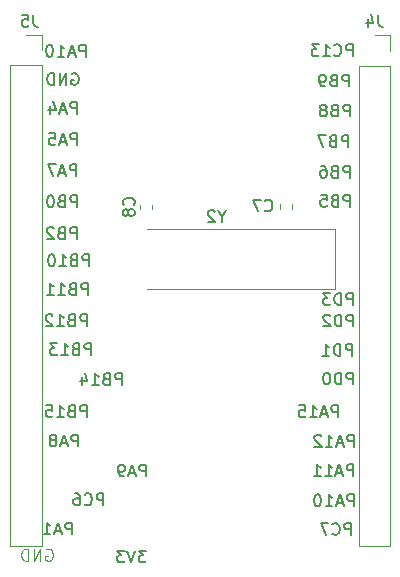
<source format=gbr>
G04 #@! TF.GenerationSoftware,KiCad,Pcbnew,(5.1.4)-1*
G04 #@! TF.CreationDate,2020-03-25T13:11:36-05:00*
G04 #@! TF.ProjectId,ExOneMicrorocessor,45784f6e-654d-4696-9372-6f726f636573,rev?*
G04 #@! TF.SameCoordinates,Original*
G04 #@! TF.FileFunction,Legend,Bot*
G04 #@! TF.FilePolarity,Positive*
%FSLAX46Y46*%
G04 Gerber Fmt 4.6, Leading zero omitted, Abs format (unit mm)*
G04 Created by KiCad (PCBNEW (5.1.4)-1) date 2020-03-25 13:11:36*
%MOMM*%
%LPD*%
G04 APERTURE LIST*
%ADD10C,0.150000*%
%ADD11C,0.120000*%
G04 APERTURE END LIST*
D10*
X150518975Y-124598180D02*
X149899927Y-124598180D01*
X150233260Y-124979133D01*
X150090403Y-124979133D01*
X149995165Y-125026752D01*
X149947546Y-125074371D01*
X149899927Y-125169609D01*
X149899927Y-125407704D01*
X149947546Y-125502942D01*
X149995165Y-125550561D01*
X150090403Y-125598180D01*
X150376118Y-125598180D01*
X150471356Y-125550561D01*
X150518975Y-125502942D01*
X149614213Y-124598180D02*
X149280880Y-125598180D01*
X148947546Y-124598180D01*
X148709451Y-124598180D02*
X148090403Y-124598180D01*
X148423737Y-124979133D01*
X148280880Y-124979133D01*
X148185641Y-125026752D01*
X148138022Y-125074371D01*
X148090403Y-125169609D01*
X148090403Y-125407704D01*
X148138022Y-125502942D01*
X148185641Y-125550561D01*
X148280880Y-125598180D01*
X148566594Y-125598180D01*
X148661832Y-125550561D01*
X148709451Y-125502942D01*
D11*
X142062104Y-124503560D02*
X142157342Y-124455940D01*
X142300200Y-124455940D01*
X142443057Y-124503560D01*
X142538295Y-124598798D01*
X142585914Y-124694036D01*
X142633533Y-124884512D01*
X142633533Y-125027369D01*
X142585914Y-125217845D01*
X142538295Y-125313083D01*
X142443057Y-125408321D01*
X142300200Y-125455940D01*
X142204961Y-125455940D01*
X142062104Y-125408321D01*
X142014485Y-125360702D01*
X142014485Y-125027369D01*
X142204961Y-125027369D01*
X141585914Y-125455940D02*
X141585914Y-124455940D01*
X141014485Y-125455940D01*
X141014485Y-124455940D01*
X140538295Y-125455940D02*
X140538295Y-124455940D01*
X140300200Y-124455940D01*
X140157342Y-124503560D01*
X140062104Y-124598798D01*
X140014485Y-124694036D01*
X139966866Y-124884512D01*
X139966866Y-125027369D01*
X140014485Y-125217845D01*
X140062104Y-125313083D01*
X140157342Y-125408321D01*
X140300200Y-125455940D01*
X140538295Y-125455940D01*
D10*
X144234706Y-123230900D02*
X144234706Y-122230900D01*
X143853754Y-122230900D01*
X143758516Y-122278520D01*
X143710897Y-122326139D01*
X143663278Y-122421377D01*
X143663278Y-122564234D01*
X143710897Y-122659472D01*
X143758516Y-122707091D01*
X143853754Y-122754710D01*
X144234706Y-122754710D01*
X143282325Y-122945186D02*
X142806135Y-122945186D01*
X143377563Y-123230900D02*
X143044230Y-122230900D01*
X142710897Y-123230900D01*
X141853754Y-123230900D02*
X142425182Y-123230900D01*
X142139468Y-123230900D02*
X142139468Y-122230900D01*
X142234706Y-122373758D01*
X142329944Y-122468996D01*
X142425182Y-122516615D01*
X146907095Y-120767100D02*
X146907095Y-119767100D01*
X146526142Y-119767100D01*
X146430904Y-119814720D01*
X146383285Y-119862339D01*
X146335666Y-119957577D01*
X146335666Y-120100434D01*
X146383285Y-120195672D01*
X146430904Y-120243291D01*
X146526142Y-120290910D01*
X146907095Y-120290910D01*
X145335666Y-120671862D02*
X145383285Y-120719481D01*
X145526142Y-120767100D01*
X145621380Y-120767100D01*
X145764238Y-120719481D01*
X145859476Y-120624243D01*
X145907095Y-120529005D01*
X145954714Y-120338529D01*
X145954714Y-120195672D01*
X145907095Y-120005196D01*
X145859476Y-119909958D01*
X145764238Y-119814720D01*
X145621380Y-119767100D01*
X145526142Y-119767100D01*
X145383285Y-119814720D01*
X145335666Y-119862339D01*
X144478523Y-119767100D02*
X144669000Y-119767100D01*
X144764238Y-119814720D01*
X144811857Y-119862339D01*
X144907095Y-120005196D01*
X144954714Y-120195672D01*
X144954714Y-120576624D01*
X144907095Y-120671862D01*
X144859476Y-120719481D01*
X144764238Y-120767100D01*
X144573761Y-120767100D01*
X144478523Y-120719481D01*
X144430904Y-120671862D01*
X144383285Y-120576624D01*
X144383285Y-120338529D01*
X144430904Y-120243291D01*
X144478523Y-120195672D01*
X144573761Y-120148053D01*
X144764238Y-120148053D01*
X144859476Y-120195672D01*
X144907095Y-120243291D01*
X144954714Y-120338529D01*
X150528826Y-118328700D02*
X150528826Y-117328700D01*
X150147874Y-117328700D01*
X150052636Y-117376320D01*
X150005017Y-117423939D01*
X149957398Y-117519177D01*
X149957398Y-117662034D01*
X150005017Y-117757272D01*
X150052636Y-117804891D01*
X150147874Y-117852510D01*
X150528826Y-117852510D01*
X149576445Y-118042986D02*
X149100255Y-118042986D01*
X149671683Y-118328700D02*
X149338350Y-117328700D01*
X149005017Y-118328700D01*
X148624064Y-118328700D02*
X148433588Y-118328700D01*
X148338350Y-118281081D01*
X148290731Y-118233462D01*
X148195493Y-118090605D01*
X148147874Y-117900129D01*
X148147874Y-117519177D01*
X148195493Y-117423939D01*
X148243112Y-117376320D01*
X148338350Y-117328700D01*
X148528826Y-117328700D01*
X148624064Y-117376320D01*
X148671683Y-117423939D01*
X148719302Y-117519177D01*
X148719302Y-117757272D01*
X148671683Y-117852510D01*
X148624064Y-117900129D01*
X148528826Y-117947748D01*
X148338350Y-117947748D01*
X148243112Y-117900129D01*
X148195493Y-117852510D01*
X148147874Y-117757272D01*
X144742706Y-115788700D02*
X144742706Y-114788700D01*
X144361754Y-114788700D01*
X144266516Y-114836320D01*
X144218897Y-114883939D01*
X144171278Y-114979177D01*
X144171278Y-115122034D01*
X144218897Y-115217272D01*
X144266516Y-115264891D01*
X144361754Y-115312510D01*
X144742706Y-115312510D01*
X143790325Y-115502986D02*
X143314135Y-115502986D01*
X143885563Y-115788700D02*
X143552230Y-114788700D01*
X143218897Y-115788700D01*
X142742706Y-115217272D02*
X142837944Y-115169653D01*
X142885563Y-115122034D01*
X142933182Y-115026796D01*
X142933182Y-114979177D01*
X142885563Y-114883939D01*
X142837944Y-114836320D01*
X142742706Y-114788700D01*
X142552230Y-114788700D01*
X142456992Y-114836320D01*
X142409373Y-114883939D01*
X142361754Y-114979177D01*
X142361754Y-115026796D01*
X142409373Y-115122034D01*
X142456992Y-115169653D01*
X142552230Y-115217272D01*
X142742706Y-115217272D01*
X142837944Y-115264891D01*
X142885563Y-115312510D01*
X142933182Y-115407748D01*
X142933182Y-115598224D01*
X142885563Y-115693462D01*
X142837944Y-115741081D01*
X142742706Y-115788700D01*
X142552230Y-115788700D01*
X142456992Y-115741081D01*
X142409373Y-115693462D01*
X142361754Y-115598224D01*
X142361754Y-115407748D01*
X142409373Y-115312510D01*
X142456992Y-115264891D01*
X142552230Y-115217272D01*
X145498605Y-113289340D02*
X145498605Y-112289340D01*
X145117653Y-112289340D01*
X145022415Y-112336960D01*
X144974796Y-112384579D01*
X144927177Y-112479817D01*
X144927177Y-112622674D01*
X144974796Y-112717912D01*
X145022415Y-112765531D01*
X145117653Y-112813150D01*
X145498605Y-112813150D01*
X144165272Y-112765531D02*
X144022415Y-112813150D01*
X143974796Y-112860769D01*
X143927177Y-112956007D01*
X143927177Y-113098864D01*
X143974796Y-113194102D01*
X144022415Y-113241721D01*
X144117653Y-113289340D01*
X144498605Y-113289340D01*
X144498605Y-112289340D01*
X144165272Y-112289340D01*
X144070034Y-112336960D01*
X144022415Y-112384579D01*
X143974796Y-112479817D01*
X143974796Y-112575055D01*
X144022415Y-112670293D01*
X144070034Y-112717912D01*
X144165272Y-112765531D01*
X144498605Y-112765531D01*
X142974796Y-113289340D02*
X143546224Y-113289340D01*
X143260510Y-113289340D02*
X143260510Y-112289340D01*
X143355748Y-112432198D01*
X143450986Y-112527436D01*
X143546224Y-112575055D01*
X142070034Y-112289340D02*
X142546224Y-112289340D01*
X142593843Y-112765531D01*
X142546224Y-112717912D01*
X142450986Y-112670293D01*
X142212891Y-112670293D01*
X142117653Y-112717912D01*
X142070034Y-112765531D01*
X142022415Y-112860769D01*
X142022415Y-113098864D01*
X142070034Y-113194102D01*
X142117653Y-113241721D01*
X142212891Y-113289340D01*
X142450986Y-113289340D01*
X142546224Y-113241721D01*
X142593843Y-113194102D01*
X148470405Y-110581700D02*
X148470405Y-109581700D01*
X148089453Y-109581700D01*
X147994215Y-109629320D01*
X147946596Y-109676939D01*
X147898977Y-109772177D01*
X147898977Y-109915034D01*
X147946596Y-110010272D01*
X147994215Y-110057891D01*
X148089453Y-110105510D01*
X148470405Y-110105510D01*
X147137072Y-110057891D02*
X146994215Y-110105510D01*
X146946596Y-110153129D01*
X146898977Y-110248367D01*
X146898977Y-110391224D01*
X146946596Y-110486462D01*
X146994215Y-110534081D01*
X147089453Y-110581700D01*
X147470405Y-110581700D01*
X147470405Y-109581700D01*
X147137072Y-109581700D01*
X147041834Y-109629320D01*
X146994215Y-109676939D01*
X146946596Y-109772177D01*
X146946596Y-109867415D01*
X146994215Y-109962653D01*
X147041834Y-110010272D01*
X147137072Y-110057891D01*
X147470405Y-110057891D01*
X145946596Y-110581700D02*
X146518024Y-110581700D01*
X146232310Y-110581700D02*
X146232310Y-109581700D01*
X146327548Y-109724558D01*
X146422786Y-109819796D01*
X146518024Y-109867415D01*
X145089453Y-109915034D02*
X145089453Y-110581700D01*
X145327548Y-109534081D02*
X145565643Y-110248367D01*
X144946596Y-110248367D01*
X145879605Y-108051860D02*
X145879605Y-107051860D01*
X145498653Y-107051860D01*
X145403415Y-107099480D01*
X145355796Y-107147099D01*
X145308177Y-107242337D01*
X145308177Y-107385194D01*
X145355796Y-107480432D01*
X145403415Y-107528051D01*
X145498653Y-107575670D01*
X145879605Y-107575670D01*
X144546272Y-107528051D02*
X144403415Y-107575670D01*
X144355796Y-107623289D01*
X144308177Y-107718527D01*
X144308177Y-107861384D01*
X144355796Y-107956622D01*
X144403415Y-108004241D01*
X144498653Y-108051860D01*
X144879605Y-108051860D01*
X144879605Y-107051860D01*
X144546272Y-107051860D01*
X144451034Y-107099480D01*
X144403415Y-107147099D01*
X144355796Y-107242337D01*
X144355796Y-107337575D01*
X144403415Y-107432813D01*
X144451034Y-107480432D01*
X144546272Y-107528051D01*
X144879605Y-107528051D01*
X143355796Y-108051860D02*
X143927224Y-108051860D01*
X143641510Y-108051860D02*
X143641510Y-107051860D01*
X143736748Y-107194718D01*
X143831986Y-107289956D01*
X143927224Y-107337575D01*
X143022462Y-107051860D02*
X142403415Y-107051860D01*
X142736748Y-107432813D01*
X142593891Y-107432813D01*
X142498653Y-107480432D01*
X142451034Y-107528051D01*
X142403415Y-107623289D01*
X142403415Y-107861384D01*
X142451034Y-107956622D01*
X142498653Y-108004241D01*
X142593891Y-108051860D01*
X142879605Y-108051860D01*
X142974843Y-108004241D01*
X143022462Y-107956622D01*
X145508765Y-105608380D02*
X145508765Y-104608380D01*
X145127813Y-104608380D01*
X145032575Y-104656000D01*
X144984956Y-104703619D01*
X144937337Y-104798857D01*
X144937337Y-104941714D01*
X144984956Y-105036952D01*
X145032575Y-105084571D01*
X145127813Y-105132190D01*
X145508765Y-105132190D01*
X144175432Y-105084571D02*
X144032575Y-105132190D01*
X143984956Y-105179809D01*
X143937337Y-105275047D01*
X143937337Y-105417904D01*
X143984956Y-105513142D01*
X144032575Y-105560761D01*
X144127813Y-105608380D01*
X144508765Y-105608380D01*
X144508765Y-104608380D01*
X144175432Y-104608380D01*
X144080194Y-104656000D01*
X144032575Y-104703619D01*
X143984956Y-104798857D01*
X143984956Y-104894095D01*
X144032575Y-104989333D01*
X144080194Y-105036952D01*
X144175432Y-105084571D01*
X144508765Y-105084571D01*
X142984956Y-105608380D02*
X143556384Y-105608380D01*
X143270670Y-105608380D02*
X143270670Y-104608380D01*
X143365908Y-104751238D01*
X143461146Y-104846476D01*
X143556384Y-104894095D01*
X142604003Y-104703619D02*
X142556384Y-104656000D01*
X142461146Y-104608380D01*
X142223051Y-104608380D01*
X142127813Y-104656000D01*
X142080194Y-104703619D01*
X142032575Y-104798857D01*
X142032575Y-104894095D01*
X142080194Y-105036952D01*
X142651622Y-105608380D01*
X142032575Y-105608380D01*
X145600205Y-102941380D02*
X145600205Y-101941380D01*
X145219253Y-101941380D01*
X145124015Y-101989000D01*
X145076396Y-102036619D01*
X145028777Y-102131857D01*
X145028777Y-102274714D01*
X145076396Y-102369952D01*
X145124015Y-102417571D01*
X145219253Y-102465190D01*
X145600205Y-102465190D01*
X144266872Y-102417571D02*
X144124015Y-102465190D01*
X144076396Y-102512809D01*
X144028777Y-102608047D01*
X144028777Y-102750904D01*
X144076396Y-102846142D01*
X144124015Y-102893761D01*
X144219253Y-102941380D01*
X144600205Y-102941380D01*
X144600205Y-101941380D01*
X144266872Y-101941380D01*
X144171634Y-101989000D01*
X144124015Y-102036619D01*
X144076396Y-102131857D01*
X144076396Y-102227095D01*
X144124015Y-102322333D01*
X144171634Y-102369952D01*
X144266872Y-102417571D01*
X144600205Y-102417571D01*
X143076396Y-102941380D02*
X143647824Y-102941380D01*
X143362110Y-102941380D02*
X143362110Y-101941380D01*
X143457348Y-102084238D01*
X143552586Y-102179476D01*
X143647824Y-102227095D01*
X142124015Y-102941380D02*
X142695443Y-102941380D01*
X142409729Y-102941380D02*
X142409729Y-101941380D01*
X142504967Y-102084238D01*
X142600205Y-102179476D01*
X142695443Y-102227095D01*
X145706885Y-100513140D02*
X145706885Y-99513140D01*
X145325933Y-99513140D01*
X145230695Y-99560760D01*
X145183076Y-99608379D01*
X145135457Y-99703617D01*
X145135457Y-99846474D01*
X145183076Y-99941712D01*
X145230695Y-99989331D01*
X145325933Y-100036950D01*
X145706885Y-100036950D01*
X144373552Y-99989331D02*
X144230695Y-100036950D01*
X144183076Y-100084569D01*
X144135457Y-100179807D01*
X144135457Y-100322664D01*
X144183076Y-100417902D01*
X144230695Y-100465521D01*
X144325933Y-100513140D01*
X144706885Y-100513140D01*
X144706885Y-99513140D01*
X144373552Y-99513140D01*
X144278314Y-99560760D01*
X144230695Y-99608379D01*
X144183076Y-99703617D01*
X144183076Y-99798855D01*
X144230695Y-99894093D01*
X144278314Y-99941712D01*
X144373552Y-99989331D01*
X144706885Y-99989331D01*
X143183076Y-100513140D02*
X143754504Y-100513140D01*
X143468790Y-100513140D02*
X143468790Y-99513140D01*
X143564028Y-99655998D01*
X143659266Y-99751236D01*
X143754504Y-99798855D01*
X142564028Y-99513140D02*
X142468790Y-99513140D01*
X142373552Y-99560760D01*
X142325933Y-99608379D01*
X142278314Y-99703617D01*
X142230695Y-99894093D01*
X142230695Y-100132188D01*
X142278314Y-100322664D01*
X142325933Y-100417902D01*
X142373552Y-100465521D01*
X142468790Y-100513140D01*
X142564028Y-100513140D01*
X142659266Y-100465521D01*
X142706885Y-100417902D01*
X142754504Y-100322664D01*
X142802123Y-100132188D01*
X142802123Y-99894093D01*
X142754504Y-99703617D01*
X142706885Y-99608379D01*
X142659266Y-99560760D01*
X142564028Y-99513140D01*
X144651575Y-98211900D02*
X144651575Y-97211900D01*
X144270622Y-97211900D01*
X144175384Y-97259520D01*
X144127765Y-97307139D01*
X144080146Y-97402377D01*
X144080146Y-97545234D01*
X144127765Y-97640472D01*
X144175384Y-97688091D01*
X144270622Y-97735710D01*
X144651575Y-97735710D01*
X143318241Y-97688091D02*
X143175384Y-97735710D01*
X143127765Y-97783329D01*
X143080146Y-97878567D01*
X143080146Y-98021424D01*
X143127765Y-98116662D01*
X143175384Y-98164281D01*
X143270622Y-98211900D01*
X143651575Y-98211900D01*
X143651575Y-97211900D01*
X143318241Y-97211900D01*
X143223003Y-97259520D01*
X143175384Y-97307139D01*
X143127765Y-97402377D01*
X143127765Y-97497615D01*
X143175384Y-97592853D01*
X143223003Y-97640472D01*
X143318241Y-97688091D01*
X143651575Y-97688091D01*
X142699194Y-97307139D02*
X142651575Y-97259520D01*
X142556337Y-97211900D01*
X142318241Y-97211900D01*
X142223003Y-97259520D01*
X142175384Y-97307139D01*
X142127765Y-97402377D01*
X142127765Y-97497615D01*
X142175384Y-97640472D01*
X142746813Y-98211900D01*
X142127765Y-98211900D01*
X144676975Y-95529660D02*
X144676975Y-94529660D01*
X144296022Y-94529660D01*
X144200784Y-94577280D01*
X144153165Y-94624899D01*
X144105546Y-94720137D01*
X144105546Y-94862994D01*
X144153165Y-94958232D01*
X144200784Y-95005851D01*
X144296022Y-95053470D01*
X144676975Y-95053470D01*
X143343641Y-95005851D02*
X143200784Y-95053470D01*
X143153165Y-95101089D01*
X143105546Y-95196327D01*
X143105546Y-95339184D01*
X143153165Y-95434422D01*
X143200784Y-95482041D01*
X143296022Y-95529660D01*
X143676975Y-95529660D01*
X143676975Y-94529660D01*
X143343641Y-94529660D01*
X143248403Y-94577280D01*
X143200784Y-94624899D01*
X143153165Y-94720137D01*
X143153165Y-94815375D01*
X143200784Y-94910613D01*
X143248403Y-94958232D01*
X143343641Y-95005851D01*
X143676975Y-95005851D01*
X142486499Y-94529660D02*
X142391260Y-94529660D01*
X142296022Y-94577280D01*
X142248403Y-94624899D01*
X142200784Y-94720137D01*
X142153165Y-94910613D01*
X142153165Y-95148708D01*
X142200784Y-95339184D01*
X142248403Y-95434422D01*
X142296022Y-95482041D01*
X142391260Y-95529660D01*
X142486499Y-95529660D01*
X142581737Y-95482041D01*
X142629356Y-95434422D01*
X142676975Y-95339184D01*
X142724594Y-95148708D01*
X142724594Y-94910613D01*
X142676975Y-94720137D01*
X142629356Y-94624899D01*
X142581737Y-94577280D01*
X142486499Y-94529660D01*
X144625866Y-92888060D02*
X144625866Y-91888060D01*
X144244914Y-91888060D01*
X144149676Y-91935680D01*
X144102057Y-91983299D01*
X144054438Y-92078537D01*
X144054438Y-92221394D01*
X144102057Y-92316632D01*
X144149676Y-92364251D01*
X144244914Y-92411870D01*
X144625866Y-92411870D01*
X143673485Y-92602346D02*
X143197295Y-92602346D01*
X143768723Y-92888060D02*
X143435390Y-91888060D01*
X143102057Y-92888060D01*
X142863961Y-91888060D02*
X142197295Y-91888060D01*
X142625866Y-92888060D01*
X144666506Y-90266780D02*
X144666506Y-89266780D01*
X144285554Y-89266780D01*
X144190316Y-89314400D01*
X144142697Y-89362019D01*
X144095078Y-89457257D01*
X144095078Y-89600114D01*
X144142697Y-89695352D01*
X144190316Y-89742971D01*
X144285554Y-89790590D01*
X144666506Y-89790590D01*
X143714125Y-89981066D02*
X143237935Y-89981066D01*
X143809363Y-90266780D02*
X143476030Y-89266780D01*
X143142697Y-90266780D01*
X142333173Y-89266780D02*
X142809363Y-89266780D01*
X142856982Y-89742971D01*
X142809363Y-89695352D01*
X142714125Y-89647733D01*
X142476030Y-89647733D01*
X142380792Y-89695352D01*
X142333173Y-89742971D01*
X142285554Y-89838209D01*
X142285554Y-90076304D01*
X142333173Y-90171542D01*
X142380792Y-90219161D01*
X142476030Y-90266780D01*
X142714125Y-90266780D01*
X142809363Y-90219161D01*
X142856982Y-90171542D01*
X144676666Y-87599780D02*
X144676666Y-86599780D01*
X144295714Y-86599780D01*
X144200476Y-86647400D01*
X144152857Y-86695019D01*
X144105238Y-86790257D01*
X144105238Y-86933114D01*
X144152857Y-87028352D01*
X144200476Y-87075971D01*
X144295714Y-87123590D01*
X144676666Y-87123590D01*
X143724285Y-87314066D02*
X143248095Y-87314066D01*
X143819523Y-87599780D02*
X143486190Y-86599780D01*
X143152857Y-87599780D01*
X142390952Y-86933114D02*
X142390952Y-87599780D01*
X142629047Y-86552161D02*
X142867142Y-87266447D01*
X142248095Y-87266447D01*
X144251584Y-84219160D02*
X144346822Y-84171540D01*
X144489680Y-84171540D01*
X144632537Y-84219160D01*
X144727775Y-84314398D01*
X144775394Y-84409636D01*
X144823013Y-84600112D01*
X144823013Y-84742969D01*
X144775394Y-84933445D01*
X144727775Y-85028683D01*
X144632537Y-85123921D01*
X144489680Y-85171540D01*
X144394441Y-85171540D01*
X144251584Y-85123921D01*
X144203965Y-85076302D01*
X144203965Y-84742969D01*
X144394441Y-84742969D01*
X143775394Y-85171540D02*
X143775394Y-84171540D01*
X143203965Y-85171540D01*
X143203965Y-84171540D01*
X142727775Y-85171540D02*
X142727775Y-84171540D01*
X142489680Y-84171540D01*
X142346822Y-84219160D01*
X142251584Y-84314398D01*
X142203965Y-84409636D01*
X142156346Y-84600112D01*
X142156346Y-84742969D01*
X142203965Y-84933445D01*
X142251584Y-85028683D01*
X142346822Y-85123921D01*
X142489680Y-85171540D01*
X142727775Y-85171540D01*
X145411937Y-82789020D02*
X145411937Y-81789020D01*
X145030984Y-81789020D01*
X144935746Y-81836640D01*
X144888127Y-81884259D01*
X144840508Y-81979497D01*
X144840508Y-82122354D01*
X144888127Y-82217592D01*
X144935746Y-82265211D01*
X145030984Y-82312830D01*
X145411937Y-82312830D01*
X144459556Y-82503306D02*
X143983365Y-82503306D01*
X144554794Y-82789020D02*
X144221460Y-81789020D01*
X143888127Y-82789020D01*
X143030984Y-82789020D02*
X143602413Y-82789020D01*
X143316699Y-82789020D02*
X143316699Y-81789020D01*
X143411937Y-81931878D01*
X143507175Y-82027116D01*
X143602413Y-82074735D01*
X142411937Y-81789020D02*
X142316699Y-81789020D01*
X142221460Y-81836640D01*
X142173841Y-81884259D01*
X142126222Y-81979497D01*
X142078603Y-82169973D01*
X142078603Y-82408068D01*
X142126222Y-82598544D01*
X142173841Y-82693782D01*
X142221460Y-82741401D01*
X142316699Y-82789020D01*
X142411937Y-82789020D01*
X142507175Y-82741401D01*
X142554794Y-82693782D01*
X142602413Y-82598544D01*
X142650032Y-82408068D01*
X142650032Y-82169973D01*
X142602413Y-81979497D01*
X142554794Y-81884259D01*
X142507175Y-81836640D01*
X142411937Y-81789020D01*
X167872255Y-123276620D02*
X167872255Y-122276620D01*
X167491302Y-122276620D01*
X167396064Y-122324240D01*
X167348445Y-122371859D01*
X167300826Y-122467097D01*
X167300826Y-122609954D01*
X167348445Y-122705192D01*
X167396064Y-122752811D01*
X167491302Y-122800430D01*
X167872255Y-122800430D01*
X166300826Y-123181382D02*
X166348445Y-123229001D01*
X166491302Y-123276620D01*
X166586540Y-123276620D01*
X166729398Y-123229001D01*
X166824636Y-123133763D01*
X166872255Y-123038525D01*
X166919874Y-122848049D01*
X166919874Y-122705192D01*
X166872255Y-122514716D01*
X166824636Y-122419478D01*
X166729398Y-122324240D01*
X166586540Y-122276620D01*
X166491302Y-122276620D01*
X166348445Y-122324240D01*
X166300826Y-122371859D01*
X165967493Y-122276620D02*
X165300826Y-122276620D01*
X165729398Y-123276620D01*
X168104297Y-120838220D02*
X168104297Y-119838220D01*
X167723344Y-119838220D01*
X167628106Y-119885840D01*
X167580487Y-119933459D01*
X167532868Y-120028697D01*
X167532868Y-120171554D01*
X167580487Y-120266792D01*
X167628106Y-120314411D01*
X167723344Y-120362030D01*
X168104297Y-120362030D01*
X167151916Y-120552506D02*
X166675725Y-120552506D01*
X167247154Y-120838220D02*
X166913820Y-119838220D01*
X166580487Y-120838220D01*
X165723344Y-120838220D02*
X166294773Y-120838220D01*
X166009059Y-120838220D02*
X166009059Y-119838220D01*
X166104297Y-119981078D01*
X166199535Y-120076316D01*
X166294773Y-120123935D01*
X165104297Y-119838220D02*
X165009059Y-119838220D01*
X164913820Y-119885840D01*
X164866201Y-119933459D01*
X164818582Y-120028697D01*
X164770963Y-120219173D01*
X164770963Y-120457268D01*
X164818582Y-120647744D01*
X164866201Y-120742982D01*
X164913820Y-120790601D01*
X165009059Y-120838220D01*
X165104297Y-120838220D01*
X165199535Y-120790601D01*
X165247154Y-120742982D01*
X165294773Y-120647744D01*
X165342392Y-120457268D01*
X165342392Y-120219173D01*
X165294773Y-120028697D01*
X165247154Y-119933459D01*
X165199535Y-119885840D01*
X165104297Y-119838220D01*
X168078897Y-118282980D02*
X168078897Y-117282980D01*
X167697944Y-117282980D01*
X167602706Y-117330600D01*
X167555087Y-117378219D01*
X167507468Y-117473457D01*
X167507468Y-117616314D01*
X167555087Y-117711552D01*
X167602706Y-117759171D01*
X167697944Y-117806790D01*
X168078897Y-117806790D01*
X167126516Y-117997266D02*
X166650325Y-117997266D01*
X167221754Y-118282980D02*
X166888420Y-117282980D01*
X166555087Y-118282980D01*
X165697944Y-118282980D02*
X166269373Y-118282980D01*
X165983659Y-118282980D02*
X165983659Y-117282980D01*
X166078897Y-117425838D01*
X166174135Y-117521076D01*
X166269373Y-117568695D01*
X164745563Y-118282980D02*
X165316992Y-118282980D01*
X165031278Y-118282980D02*
X165031278Y-117282980D01*
X165126516Y-117425838D01*
X165221754Y-117521076D01*
X165316992Y-117568695D01*
X168114457Y-115809020D02*
X168114457Y-114809020D01*
X167733504Y-114809020D01*
X167638266Y-114856640D01*
X167590647Y-114904259D01*
X167543028Y-114999497D01*
X167543028Y-115142354D01*
X167590647Y-115237592D01*
X167638266Y-115285211D01*
X167733504Y-115332830D01*
X168114457Y-115332830D01*
X167162076Y-115523306D02*
X166685885Y-115523306D01*
X167257314Y-115809020D02*
X166923980Y-114809020D01*
X166590647Y-115809020D01*
X165733504Y-115809020D02*
X166304933Y-115809020D01*
X166019219Y-115809020D02*
X166019219Y-114809020D01*
X166114457Y-114951878D01*
X166209695Y-115047116D01*
X166304933Y-115094735D01*
X165352552Y-114904259D02*
X165304933Y-114856640D01*
X165209695Y-114809020D01*
X164971600Y-114809020D01*
X164876361Y-114856640D01*
X164828742Y-114904259D01*
X164781123Y-114999497D01*
X164781123Y-115094735D01*
X164828742Y-115237592D01*
X165400171Y-115809020D01*
X164781123Y-115809020D01*
X166778417Y-113304580D02*
X166778417Y-112304580D01*
X166397464Y-112304580D01*
X166302226Y-112352200D01*
X166254607Y-112399819D01*
X166206988Y-112495057D01*
X166206988Y-112637914D01*
X166254607Y-112733152D01*
X166302226Y-112780771D01*
X166397464Y-112828390D01*
X166778417Y-112828390D01*
X165826036Y-113018866D02*
X165349845Y-113018866D01*
X165921274Y-113304580D02*
X165587940Y-112304580D01*
X165254607Y-113304580D01*
X164397464Y-113304580D02*
X164968893Y-113304580D01*
X164683179Y-113304580D02*
X164683179Y-112304580D01*
X164778417Y-112447438D01*
X164873655Y-112542676D01*
X164968893Y-112590295D01*
X163492702Y-112304580D02*
X163968893Y-112304580D01*
X164016512Y-112780771D01*
X163968893Y-112733152D01*
X163873655Y-112685533D01*
X163635560Y-112685533D01*
X163540321Y-112733152D01*
X163492702Y-112780771D01*
X163445083Y-112876009D01*
X163445083Y-113114104D01*
X163492702Y-113209342D01*
X163540321Y-113256961D01*
X163635560Y-113304580D01*
X163873655Y-113304580D01*
X163968893Y-113256961D01*
X164016512Y-113209342D01*
X168060215Y-110530900D02*
X168060215Y-109530900D01*
X167679262Y-109530900D01*
X167584024Y-109578520D01*
X167536405Y-109626139D01*
X167488786Y-109721377D01*
X167488786Y-109864234D01*
X167536405Y-109959472D01*
X167584024Y-110007091D01*
X167679262Y-110054710D01*
X168060215Y-110054710D01*
X167060215Y-110530900D02*
X167060215Y-109530900D01*
X166822120Y-109530900D01*
X166679262Y-109578520D01*
X166584024Y-109673758D01*
X166536405Y-109768996D01*
X166488786Y-109959472D01*
X166488786Y-110102329D01*
X166536405Y-110292805D01*
X166584024Y-110388043D01*
X166679262Y-110483281D01*
X166822120Y-110530900D01*
X167060215Y-110530900D01*
X165869739Y-109530900D02*
X165774500Y-109530900D01*
X165679262Y-109578520D01*
X165631643Y-109626139D01*
X165584024Y-109721377D01*
X165536405Y-109911853D01*
X165536405Y-110149948D01*
X165584024Y-110340424D01*
X165631643Y-110435662D01*
X165679262Y-110483281D01*
X165774500Y-110530900D01*
X165869739Y-110530900D01*
X165964977Y-110483281D01*
X166012596Y-110435662D01*
X166060215Y-110340424D01*
X166107834Y-110149948D01*
X166107834Y-109911853D01*
X166060215Y-109721377D01*
X166012596Y-109626139D01*
X165964977Y-109578520D01*
X165869739Y-109530900D01*
X167989095Y-108097580D02*
X167989095Y-107097580D01*
X167608142Y-107097580D01*
X167512904Y-107145200D01*
X167465285Y-107192819D01*
X167417666Y-107288057D01*
X167417666Y-107430914D01*
X167465285Y-107526152D01*
X167512904Y-107573771D01*
X167608142Y-107621390D01*
X167989095Y-107621390D01*
X166989095Y-108097580D02*
X166989095Y-107097580D01*
X166751000Y-107097580D01*
X166608142Y-107145200D01*
X166512904Y-107240438D01*
X166465285Y-107335676D01*
X166417666Y-107526152D01*
X166417666Y-107669009D01*
X166465285Y-107859485D01*
X166512904Y-107954723D01*
X166608142Y-108049961D01*
X166751000Y-108097580D01*
X166989095Y-108097580D01*
X165465285Y-108097580D02*
X166036714Y-108097580D01*
X165751000Y-108097580D02*
X165751000Y-107097580D01*
X165846238Y-107240438D01*
X165941476Y-107335676D01*
X166036714Y-107383295D01*
X168060215Y-105618540D02*
X168060215Y-104618540D01*
X167679262Y-104618540D01*
X167584024Y-104666160D01*
X167536405Y-104713779D01*
X167488786Y-104809017D01*
X167488786Y-104951874D01*
X167536405Y-105047112D01*
X167584024Y-105094731D01*
X167679262Y-105142350D01*
X168060215Y-105142350D01*
X167060215Y-105618540D02*
X167060215Y-104618540D01*
X166822120Y-104618540D01*
X166679262Y-104666160D01*
X166584024Y-104761398D01*
X166536405Y-104856636D01*
X166488786Y-105047112D01*
X166488786Y-105189969D01*
X166536405Y-105380445D01*
X166584024Y-105475683D01*
X166679262Y-105570921D01*
X166822120Y-105618540D01*
X167060215Y-105618540D01*
X166107834Y-104713779D02*
X166060215Y-104666160D01*
X165964977Y-104618540D01*
X165726881Y-104618540D01*
X165631643Y-104666160D01*
X165584024Y-104713779D01*
X165536405Y-104809017D01*
X165536405Y-104904255D01*
X165584024Y-105047112D01*
X166155453Y-105618540D01*
X165536405Y-105618540D01*
X168039895Y-103804980D02*
X168039895Y-102804980D01*
X167658942Y-102804980D01*
X167563704Y-102852600D01*
X167516085Y-102900219D01*
X167468466Y-102995457D01*
X167468466Y-103138314D01*
X167516085Y-103233552D01*
X167563704Y-103281171D01*
X167658942Y-103328790D01*
X168039895Y-103328790D01*
X167039895Y-103804980D02*
X167039895Y-102804980D01*
X166801800Y-102804980D01*
X166658942Y-102852600D01*
X166563704Y-102947838D01*
X166516085Y-103043076D01*
X166468466Y-103233552D01*
X166468466Y-103376409D01*
X166516085Y-103566885D01*
X166563704Y-103662123D01*
X166658942Y-103757361D01*
X166801800Y-103804980D01*
X167039895Y-103804980D01*
X166135133Y-102804980D02*
X165516085Y-102804980D01*
X165849419Y-103185933D01*
X165706561Y-103185933D01*
X165611323Y-103233552D01*
X165563704Y-103281171D01*
X165516085Y-103376409D01*
X165516085Y-103614504D01*
X165563704Y-103709742D01*
X165611323Y-103757361D01*
X165706561Y-103804980D01*
X165992276Y-103804980D01*
X166087514Y-103757361D01*
X166135133Y-103709742D01*
X167806215Y-95473780D02*
X167806215Y-94473780D01*
X167425262Y-94473780D01*
X167330024Y-94521400D01*
X167282405Y-94569019D01*
X167234786Y-94664257D01*
X167234786Y-94807114D01*
X167282405Y-94902352D01*
X167330024Y-94949971D01*
X167425262Y-94997590D01*
X167806215Y-94997590D01*
X166472881Y-94949971D02*
X166330024Y-94997590D01*
X166282405Y-95045209D01*
X166234786Y-95140447D01*
X166234786Y-95283304D01*
X166282405Y-95378542D01*
X166330024Y-95426161D01*
X166425262Y-95473780D01*
X166806215Y-95473780D01*
X166806215Y-94473780D01*
X166472881Y-94473780D01*
X166377643Y-94521400D01*
X166330024Y-94569019D01*
X166282405Y-94664257D01*
X166282405Y-94759495D01*
X166330024Y-94854733D01*
X166377643Y-94902352D01*
X166472881Y-94949971D01*
X166806215Y-94949971D01*
X165330024Y-94473780D02*
X165806215Y-94473780D01*
X165853834Y-94949971D01*
X165806215Y-94902352D01*
X165710977Y-94854733D01*
X165472881Y-94854733D01*
X165377643Y-94902352D01*
X165330024Y-94949971D01*
X165282405Y-95045209D01*
X165282405Y-95283304D01*
X165330024Y-95378542D01*
X165377643Y-95426161D01*
X165472881Y-95473780D01*
X165710977Y-95473780D01*
X165806215Y-95426161D01*
X165853834Y-95378542D01*
X167775735Y-93015060D02*
X167775735Y-92015060D01*
X167394782Y-92015060D01*
X167299544Y-92062680D01*
X167251925Y-92110299D01*
X167204306Y-92205537D01*
X167204306Y-92348394D01*
X167251925Y-92443632D01*
X167299544Y-92491251D01*
X167394782Y-92538870D01*
X167775735Y-92538870D01*
X166442401Y-92491251D02*
X166299544Y-92538870D01*
X166251925Y-92586489D01*
X166204306Y-92681727D01*
X166204306Y-92824584D01*
X166251925Y-92919822D01*
X166299544Y-92967441D01*
X166394782Y-93015060D01*
X166775735Y-93015060D01*
X166775735Y-92015060D01*
X166442401Y-92015060D01*
X166347163Y-92062680D01*
X166299544Y-92110299D01*
X166251925Y-92205537D01*
X166251925Y-92300775D01*
X166299544Y-92396013D01*
X166347163Y-92443632D01*
X166442401Y-92491251D01*
X166775735Y-92491251D01*
X165347163Y-92015060D02*
X165537640Y-92015060D01*
X165632878Y-92062680D01*
X165680497Y-92110299D01*
X165775735Y-92253156D01*
X165823354Y-92443632D01*
X165823354Y-92824584D01*
X165775735Y-92919822D01*
X165728116Y-92967441D01*
X165632878Y-93015060D01*
X165442401Y-93015060D01*
X165347163Y-92967441D01*
X165299544Y-92919822D01*
X165251925Y-92824584D01*
X165251925Y-92586489D01*
X165299544Y-92491251D01*
X165347163Y-92443632D01*
X165442401Y-92396013D01*
X165632878Y-92396013D01*
X165728116Y-92443632D01*
X165775735Y-92491251D01*
X165823354Y-92586489D01*
X167648735Y-90414100D02*
X167648735Y-89414100D01*
X167267782Y-89414100D01*
X167172544Y-89461720D01*
X167124925Y-89509339D01*
X167077306Y-89604577D01*
X167077306Y-89747434D01*
X167124925Y-89842672D01*
X167172544Y-89890291D01*
X167267782Y-89937910D01*
X167648735Y-89937910D01*
X166315401Y-89890291D02*
X166172544Y-89937910D01*
X166124925Y-89985529D01*
X166077306Y-90080767D01*
X166077306Y-90223624D01*
X166124925Y-90318862D01*
X166172544Y-90366481D01*
X166267782Y-90414100D01*
X166648735Y-90414100D01*
X166648735Y-89414100D01*
X166315401Y-89414100D01*
X166220163Y-89461720D01*
X166172544Y-89509339D01*
X166124925Y-89604577D01*
X166124925Y-89699815D01*
X166172544Y-89795053D01*
X166220163Y-89842672D01*
X166315401Y-89890291D01*
X166648735Y-89890291D01*
X165743973Y-89414100D02*
X165077306Y-89414100D01*
X165505878Y-90414100D01*
X167770655Y-87833460D02*
X167770655Y-86833460D01*
X167389702Y-86833460D01*
X167294464Y-86881080D01*
X167246845Y-86928699D01*
X167199226Y-87023937D01*
X167199226Y-87166794D01*
X167246845Y-87262032D01*
X167294464Y-87309651D01*
X167389702Y-87357270D01*
X167770655Y-87357270D01*
X166437321Y-87309651D02*
X166294464Y-87357270D01*
X166246845Y-87404889D01*
X166199226Y-87500127D01*
X166199226Y-87642984D01*
X166246845Y-87738222D01*
X166294464Y-87785841D01*
X166389702Y-87833460D01*
X166770655Y-87833460D01*
X166770655Y-86833460D01*
X166437321Y-86833460D01*
X166342083Y-86881080D01*
X166294464Y-86928699D01*
X166246845Y-87023937D01*
X166246845Y-87119175D01*
X166294464Y-87214413D01*
X166342083Y-87262032D01*
X166437321Y-87309651D01*
X166770655Y-87309651D01*
X165627798Y-87262032D02*
X165723036Y-87214413D01*
X165770655Y-87166794D01*
X165818274Y-87071556D01*
X165818274Y-87023937D01*
X165770655Y-86928699D01*
X165723036Y-86881080D01*
X165627798Y-86833460D01*
X165437321Y-86833460D01*
X165342083Y-86881080D01*
X165294464Y-86928699D01*
X165246845Y-87023937D01*
X165246845Y-87071556D01*
X165294464Y-87166794D01*
X165342083Y-87214413D01*
X165437321Y-87262032D01*
X165627798Y-87262032D01*
X165723036Y-87309651D01*
X165770655Y-87357270D01*
X165818274Y-87452508D01*
X165818274Y-87642984D01*
X165770655Y-87738222D01*
X165723036Y-87785841D01*
X165627798Y-87833460D01*
X165437321Y-87833460D01*
X165342083Y-87785841D01*
X165294464Y-87738222D01*
X165246845Y-87642984D01*
X165246845Y-87452508D01*
X165294464Y-87357270D01*
X165342083Y-87309651D01*
X165437321Y-87262032D01*
X167714775Y-85298540D02*
X167714775Y-84298540D01*
X167333822Y-84298540D01*
X167238584Y-84346160D01*
X167190965Y-84393779D01*
X167143346Y-84489017D01*
X167143346Y-84631874D01*
X167190965Y-84727112D01*
X167238584Y-84774731D01*
X167333822Y-84822350D01*
X167714775Y-84822350D01*
X166381441Y-84774731D02*
X166238584Y-84822350D01*
X166190965Y-84869969D01*
X166143346Y-84965207D01*
X166143346Y-85108064D01*
X166190965Y-85203302D01*
X166238584Y-85250921D01*
X166333822Y-85298540D01*
X166714775Y-85298540D01*
X166714775Y-84298540D01*
X166381441Y-84298540D01*
X166286203Y-84346160D01*
X166238584Y-84393779D01*
X166190965Y-84489017D01*
X166190965Y-84584255D01*
X166238584Y-84679493D01*
X166286203Y-84727112D01*
X166381441Y-84774731D01*
X166714775Y-84774731D01*
X165667156Y-85298540D02*
X165476680Y-85298540D01*
X165381441Y-85250921D01*
X165333822Y-85203302D01*
X165238584Y-85060445D01*
X165190965Y-84869969D01*
X165190965Y-84489017D01*
X165238584Y-84393779D01*
X165286203Y-84346160D01*
X165381441Y-84298540D01*
X165571918Y-84298540D01*
X165667156Y-84346160D01*
X165714775Y-84393779D01*
X165762394Y-84489017D01*
X165762394Y-84727112D01*
X165714775Y-84822350D01*
X165667156Y-84869969D01*
X165571918Y-84917588D01*
X165381441Y-84917588D01*
X165286203Y-84869969D01*
X165238584Y-84822350D01*
X165190965Y-84727112D01*
X168018245Y-82733140D02*
X168018245Y-81733140D01*
X167637293Y-81733140D01*
X167542055Y-81780760D01*
X167494436Y-81828379D01*
X167446817Y-81923617D01*
X167446817Y-82066474D01*
X167494436Y-82161712D01*
X167542055Y-82209331D01*
X167637293Y-82256950D01*
X168018245Y-82256950D01*
X166446817Y-82637902D02*
X166494436Y-82685521D01*
X166637293Y-82733140D01*
X166732531Y-82733140D01*
X166875388Y-82685521D01*
X166970626Y-82590283D01*
X167018245Y-82495045D01*
X167065864Y-82304569D01*
X167065864Y-82161712D01*
X167018245Y-81971236D01*
X166970626Y-81875998D01*
X166875388Y-81780760D01*
X166732531Y-81733140D01*
X166637293Y-81733140D01*
X166494436Y-81780760D01*
X166446817Y-81828379D01*
X165494436Y-82733140D02*
X166065864Y-82733140D01*
X165780150Y-82733140D02*
X165780150Y-81733140D01*
X165875388Y-81875998D01*
X165970626Y-81971236D01*
X166065864Y-82018855D01*
X165161102Y-81733140D02*
X164542055Y-81733140D01*
X164875388Y-82114093D01*
X164732531Y-82114093D01*
X164637293Y-82161712D01*
X164589674Y-82209331D01*
X164542055Y-82304569D01*
X164542055Y-82542664D01*
X164589674Y-82637902D01*
X164637293Y-82685521D01*
X164732531Y-82733140D01*
X165018245Y-82733140D01*
X165113483Y-82685521D01*
X165161102Y-82637902D01*
D11*
X171205200Y-80940600D02*
X169875200Y-80940600D01*
X171205200Y-82270600D02*
X171205200Y-80940600D01*
X171205200Y-83540600D02*
X168545200Y-83540600D01*
X168545200Y-83540600D02*
X168545200Y-124240600D01*
X171205200Y-83540600D02*
X171205200Y-124240600D01*
X171205200Y-124240600D02*
X168545200Y-124240600D01*
X141690400Y-80915200D02*
X140360400Y-80915200D01*
X141690400Y-82245200D02*
X141690400Y-80915200D01*
X141690400Y-83515200D02*
X139030400Y-83515200D01*
X139030400Y-83515200D02*
X139030400Y-124215200D01*
X141690400Y-83515200D02*
X141690400Y-124215200D01*
X141690400Y-124215200D02*
X139030400Y-124215200D01*
X166545100Y-102448200D02*
X150570100Y-102448200D01*
X166545100Y-97348200D02*
X166545100Y-102448200D01*
X150570100Y-97348200D02*
X166545100Y-97348200D01*
X151055800Y-95321333D02*
X151055800Y-95663867D01*
X150035800Y-95321333D02*
X150035800Y-95663867D01*
X162917600Y-95295933D02*
X162917600Y-95638467D01*
X161897600Y-95295933D02*
X161897600Y-95638467D01*
D10*
X170208533Y-79233780D02*
X170208533Y-79948066D01*
X170256152Y-80090923D01*
X170351390Y-80186161D01*
X170494247Y-80233780D01*
X170589485Y-80233780D01*
X169303771Y-79567114D02*
X169303771Y-80233780D01*
X169541866Y-79186161D02*
X169779961Y-79900447D01*
X169160914Y-79900447D01*
X140998533Y-79233780D02*
X140998533Y-79948066D01*
X141046152Y-80090923D01*
X141141390Y-80186161D01*
X141284247Y-80233780D01*
X141379485Y-80233780D01*
X140046152Y-79233780D02*
X140522342Y-79233780D01*
X140569961Y-79709971D01*
X140522342Y-79662352D01*
X140427104Y-79614733D01*
X140189009Y-79614733D01*
X140093771Y-79662352D01*
X140046152Y-79709971D01*
X139998533Y-79805209D01*
X139998533Y-80043304D01*
X140046152Y-80138542D01*
X140093771Y-80186161D01*
X140189009Y-80233780D01*
X140427104Y-80233780D01*
X140522342Y-80186161D01*
X140569961Y-80138542D01*
X156946290Y-96324390D02*
X156946290Y-96800580D01*
X157279623Y-95800580D02*
X156946290Y-96324390D01*
X156612957Y-95800580D01*
X156327242Y-95895819D02*
X156279623Y-95848200D01*
X156184385Y-95800580D01*
X155946290Y-95800580D01*
X155851052Y-95848200D01*
X155803433Y-95895819D01*
X155755814Y-95991057D01*
X155755814Y-96086295D01*
X155803433Y-96229152D01*
X156374861Y-96800580D01*
X155755814Y-96800580D01*
X149472942Y-95325933D02*
X149520561Y-95278314D01*
X149568180Y-95135457D01*
X149568180Y-95040219D01*
X149520561Y-94897361D01*
X149425323Y-94802123D01*
X149330085Y-94754504D01*
X149139609Y-94706885D01*
X148996752Y-94706885D01*
X148806276Y-94754504D01*
X148711038Y-94802123D01*
X148615800Y-94897361D01*
X148568180Y-95040219D01*
X148568180Y-95135457D01*
X148615800Y-95278314D01*
X148663419Y-95325933D01*
X148996752Y-95897361D02*
X148949133Y-95802123D01*
X148901514Y-95754504D01*
X148806276Y-95706885D01*
X148758657Y-95706885D01*
X148663419Y-95754504D01*
X148615800Y-95802123D01*
X148568180Y-95897361D01*
X148568180Y-96087838D01*
X148615800Y-96183076D01*
X148663419Y-96230695D01*
X148758657Y-96278314D01*
X148806276Y-96278314D01*
X148901514Y-96230695D01*
X148949133Y-96183076D01*
X148996752Y-96087838D01*
X148996752Y-95897361D01*
X149044371Y-95802123D01*
X149091990Y-95754504D01*
X149187228Y-95706885D01*
X149377704Y-95706885D01*
X149472942Y-95754504D01*
X149520561Y-95802123D01*
X149568180Y-95897361D01*
X149568180Y-96087838D01*
X149520561Y-96183076D01*
X149472942Y-96230695D01*
X149377704Y-96278314D01*
X149187228Y-96278314D01*
X149091990Y-96230695D01*
X149044371Y-96183076D01*
X148996752Y-96087838D01*
X160593066Y-95784942D02*
X160640685Y-95832561D01*
X160783542Y-95880180D01*
X160878780Y-95880180D01*
X161021638Y-95832561D01*
X161116876Y-95737323D01*
X161164495Y-95642085D01*
X161212114Y-95451609D01*
X161212114Y-95308752D01*
X161164495Y-95118276D01*
X161116876Y-95023038D01*
X161021638Y-94927800D01*
X160878780Y-94880180D01*
X160783542Y-94880180D01*
X160640685Y-94927800D01*
X160593066Y-94975419D01*
X160259733Y-94880180D02*
X159593066Y-94880180D01*
X160021638Y-95880180D01*
M02*

</source>
